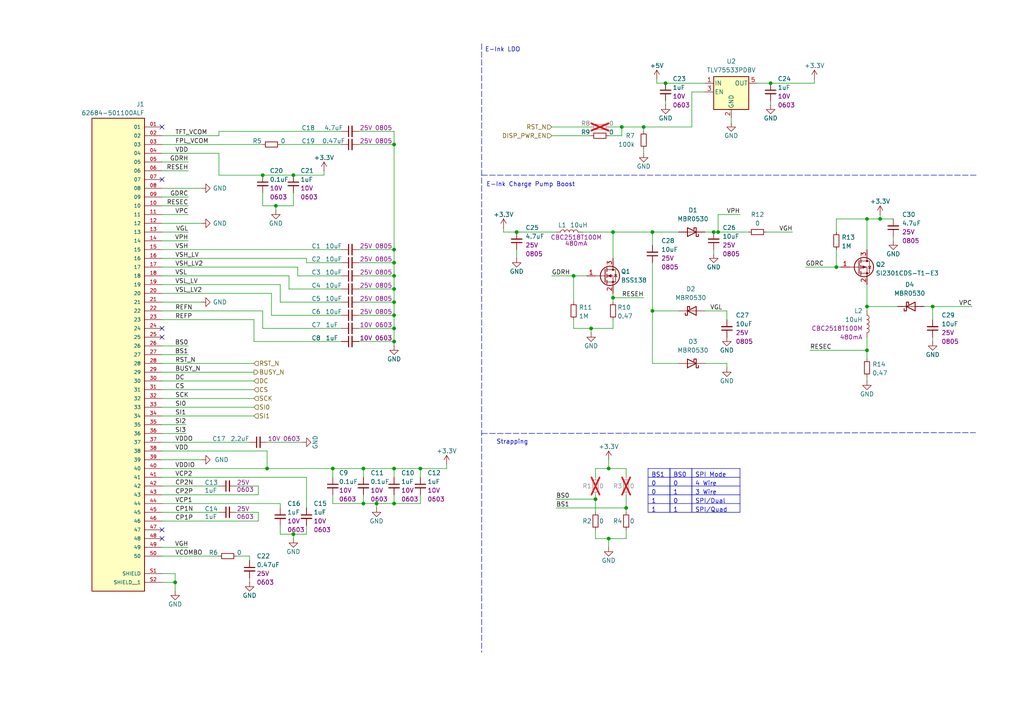
<source format=kicad_sch>
(kicad_sch (version 20250114) (generator "eeschema") (generator_version "9.0")
  (paper "A4")
  (title_block (title "Everframe Mainboard") (date "2025-11-24") (rev "1.0.0"))
  (text "E-Ink LDO" (at 145.796 14.478 0) (effects (font (size 1.27 1.27))))
  (text "E-Ink Charge Pump Boost\n" (at 153.924 53.594 0) (effects (font (size 1.27 1.27))))
  (text "Strapping" (at 148.59 128.27 0) (effects (font (size 1.27 1.27))))
  (junction (at 186.69 36.83))
  (junction (at 189.23 67.31))
  (junction (at 176.53 156.21))
  (junction (at 96.52 135.89))
  (junction (at 105.41 146.05))
  (junction (at 50.8 168.91))
  (junction (at 114.3 80.01))
  (junction (at 114.3 146.05))
  (junction (at 114.3 135.89))
  (junction (at 114.3 99.06))
  (junction (at 77.47 135.89))
  (junction (at 114.3 83.82))
  (junction (at 114.3 87.63))
  (junction (at 80.01 59.69))
  (junction (at 242.57 77.47))
  (junction (at 208.28 67.31))
  (junction (at 85.09 154.94))
  (junction (at 114.3 95.25))
  (junction (at 105.41 135.89))
  (junction (at 177.8 86.36))
  (junction (at 166.37 80.01))
  (junction (at 251.46 88.9))
  (junction (at 251.46 101.6))
  (junction (at 149.86 67.31))
  (junction (at 172.72 144.78))
  (junction (at 176.53 135.89))
  (junction (at 109.22 146.05))
  (junction (at 251.46 63.5))
  (junction (at 171.45 95.25))
  (junction (at 114.3 41.91))
  (junction (at 180.34 36.83))
  (junction (at 223.52 24.13))
  (junction (at 121.92 135.89))
  (junction (at 114.3 72.39))
  (junction (at 193.04 24.13))
  (junction (at 207.01 67.31))
  (junction (at 76.2 50.8))
  (junction (at 114.3 76.2))
  (junction (at 114.3 91.44))
  (junction (at 189.23 90.17))
  (junction (at 177.8 67.31))
  (junction (at 181.61 147.32))
  (junction (at 85.09 50.8))
  (junction (at 255.27 63.5))
  (junction (at 270.51 88.9))
  (no_connect (at 46.99 153.67))
  (no_connect (at 46.99 36.83))
  (no_connect (at 46.99 95.25))
  (no_connect (at 46.99 156.21))
  (no_connect (at 46.99 52.07))
  (no_connect (at 46.99 97.79))
  (wire (pts (xy 172.72 135.89) (xy 172.72 138.43)))
  (wire (pts (xy 166.37 92.71) (xy 166.37 95.25)))
  (wire (pts (xy 46.99 148.59) (xy 63.5 148.59)))
  (wire (pts (xy 172.72 135.89) (xy 176.53 135.89)))
  (wire (pts (xy 85.09 156.21) (xy 85.09 154.94)))
  (wire (pts (xy 76.2 50.8) (xy 85.09 50.8)))
  (wire (pts (xy 77.47 135.89) (xy 77.47 130.81)))
  (polyline (pts (xy 139.7 50.8) (xy 283.21 50.8)) (stroke (width 0) (type dash)))
  (wire (pts (xy 76.2 95.25) (xy 99.06 95.25)))
  (wire (pts (xy 104.14 72.39) (xy 114.3 72.39)))
  (wire (pts (xy 46.99 151.13) (xy 74.93 151.13)))
  (wire (pts (xy 105.41 135.89) (xy 105.41 138.43)))
  (wire (pts (xy 177.8 74.93) (xy 177.8 67.31)))
  (wire (pts (xy 46.99 69.85) (xy 54.61 69.85)))
  (wire (pts (xy 149.86 67.31) (xy 161.29 67.31)))
  (wire (pts (xy 270.51 88.9) (xy 281.94 88.9)))
  (wire (pts (xy 77.47 128.27) (xy 87.63 128.27)))
  (wire (pts (xy 50.8 171.45) (xy 50.8 168.91)))
  (wire (pts (xy 114.3 80.01) (xy 114.3 83.82)))
  (wire (pts (xy 171.45 95.25) (xy 177.8 95.25)))
  (wire (pts (xy 46.99 168.91) (xy 50.8 168.91)))
  (wire (pts (xy 46.99 59.69) (xy 54.61 59.69)))
  (wire (pts (xy 52.7139 125.7096) (xy 53.9839 125.7096)))
  (wire (pts (xy 85.09 55.88) (xy 85.09 59.69)))
  (wire (pts (xy 104.14 83.82) (xy 114.3 83.82)))
  (wire (pts (xy 193.04 29.21) (xy 193.04 30.48)))
  (wire (pts (xy 46.99 41.91) (xy 76.2 41.91)))
  (wire (pts (xy 104.14 91.44) (xy 114.3 91.44)))
  (wire (pts (xy 46.99 57.15) (xy 54.61 57.15)))
  (wire (pts (xy 200.66 26.67) (xy 200.66 36.83)))
  (wire (pts (xy 81.28 87.63) (xy 81.28 82.55)))
  (wire (pts (xy 105.41 146.05) (xy 109.22 146.05)))
  (wire (pts (xy 104.14 99.06) (xy 114.3 99.06)))
  (wire (pts (xy 46.99 118.11) (xy 73.66 118.11)))
  (wire (pts (xy 186.69 38.1) (xy 186.69 36.83)))
  (wire (pts (xy 51.4439 123.1696) (xy 51.4439 123.19)))
  (wire (pts (xy 81.28 87.63) (xy 99.06 87.63)))
  (wire (pts (xy 222.25 67.31) (xy 229.87 67.31)))
  (wire (pts (xy 76.2 95.25) (xy 76.2 90.17)))
  (wire (pts (xy 114.3 99.06) (xy 114.3 100.33)))
  (wire (pts (xy 96.52 146.05) (xy 105.41 146.05)))
  (wire (pts (xy 104.14 76.2) (xy 114.3 76.2)))
  (wire (pts (xy 223.52 24.13) (xy 236.22 24.13)))
  (wire (pts (xy 181.61 138.43) (xy 181.61 135.89)))
  (wire (pts (xy 96.52 135.89) (xy 105.41 135.89)))
  (wire (pts (xy 242.57 72.39) (xy 242.57 77.47)))
  (wire (pts (xy 146.05 66.04) (xy 146.05 67.31)))
  (wire (pts (xy 109.22 146.05) (xy 109.22 147.32)))
  (wire (pts (xy 46.99 113.03) (xy 73.66 113.03)))
  (wire (pts (xy 114.3 38.1) (xy 114.3 41.91)))
  (wire (pts (xy 114.3 135.89) (xy 114.3 138.43)))
  (wire (pts (xy 267.97 88.9) (xy 270.51 88.9)))
  (wire (pts (xy 180.34 36.83) (xy 180.34 39.37)))
  (wire (pts (xy 176.53 133.35) (xy 176.53 135.89)))
  (wire (pts (xy 46.99 100.33) (xy 54.61 100.33)))
  (wire (pts (xy 255.27 62.23) (xy 255.27 63.5)))
  (wire (pts (xy 46.99 115.57) (xy 73.66 115.57)))
  (wire (pts (xy 105.41 143.51) (xy 105.41 146.05)))
  (wire (pts (xy 129.54 134.62) (xy 129.54 135.89)))
  (wire (pts (xy 46.99 107.95) (xy 73.66 107.95)))
  (wire (pts (xy 109.22 146.05) (xy 114.3 146.05)))
  (wire (pts (xy 76.2 55.88) (xy 76.2 59.69)))
  (wire (pts (xy 189.23 76.2) (xy 189.23 90.17)))
  (wire (pts (xy 46.99 62.23) (xy 54.61 62.23)))
  (wire (pts (xy 189.23 90.17) (xy 189.23 105.41)))
  (wire (pts (xy 236.22 22.86) (xy 236.22 24.13)))
  (wire (pts (xy 46.99 102.87) (xy 54.61 102.87)))
  (wire (pts (xy 212.09 34.29) (xy 212.09 35.56)))
  (wire (pts (xy 81.28 152.4) (xy 81.28 154.94)))
  (wire (pts (xy 46.99 85.09) (xy 78.74 85.09)))
  (wire (pts (xy 177.8 86.36) (xy 177.8 87.63)))
  (wire (pts (xy 177.8 86.36) (xy 186.69 86.36)))
  (wire (pts (xy 204.47 90.17) (xy 210.82 90.17)))
  (wire (pts (xy 83.82 80.01) (xy 46.99 80.01)))
  (wire (pts (xy 114.3 83.82) (xy 114.3 87.63)))
  (wire (pts (xy 200.66 36.83) (xy 186.69 36.83)))
  (wire (pts (xy 189.23 105.41) (xy 196.85 105.41)))
  (wire (pts (xy 160.02 80.01) (xy 166.37 80.01)))
  (wire (pts (xy 46.99 110.49) (xy 73.66 110.49)))
  (wire (pts (xy 93.98 49.53) (xy 93.98 50.8)))
  (wire (pts (xy 46.99 46.99) (xy 54.61 46.99)))
  (wire (pts (xy 105.41 135.89) (xy 114.3 135.89)))
  (wire (pts (xy 46.99 120.65) (xy 73.66 120.65)))
  (wire (pts (xy 166.37 80.01) (xy 166.37 87.63)))
  (wire (pts (xy 46.99 158.75) (xy 54.61 158.75)))
  (wire (pts (xy 181.61 156.21) (xy 181.61 153.67)))
  (wire (pts (xy 73.66 99.06) (xy 99.06 99.06)))
  (wire (pts (xy 72.39 162.56) (xy 72.39 161.29)))
  (wire (pts (xy 114.3 41.91) (xy 114.3 72.39)))
  (wire (pts (xy 181.61 143.51) (xy 181.61 147.32)))
  (wire (pts (xy 96.52 135.89) (xy 96.52 138.43)))
  (wire (pts (xy 80.01 59.69) (xy 85.09 59.69)))
  (wire (pts (xy 88.9 76.2) (xy 99.06 76.2)))
  (wire (pts (xy 46.99 82.55) (xy 81.28 82.55)))
  (wire (pts (xy 121.92 146.05) (xy 121.92 143.51)))
  (wire (pts (xy 177.8 95.25) (xy 177.8 92.71)))
  (wire (pts (xy 52.7139 125.7096) (xy 52.7139 125.73)))
  (wire (pts (xy 51.4439 123.19) (xy 46.99 123.19)))
  (wire (pts (xy 46.99 87.63) (xy 58.42 87.63)))
  (wire (pts (xy 180.34 36.83) (xy 186.69 36.83)))
  (wire (pts (xy 96.52 143.51) (xy 96.52 146.05)))
  (wire (pts (xy 189.23 90.17) (xy 196.85 90.17)))
  (wire (pts (xy 77.47 135.89) (xy 96.52 135.89)))
  (wire (pts (xy 210.82 105.41) (xy 210.82 106.68)))
  (wire (pts (xy 63.5 44.45) (xy 63.5 50.8)))
  (wire (pts (xy 200.66 26.67) (xy 204.47 26.67)))
  (wire (pts (xy 81.28 154.94) (xy 85.09 154.94)))
  (wire (pts (xy 85.09 50.8) (xy 93.98 50.8)))
  (wire (pts (xy 172.72 153.67) (xy 172.72 156.21)))
  (wire (pts (xy 114.3 143.51) (xy 114.3 146.05)))
  (polyline (pts (xy 139.7 12.7) (xy 139.7 189.23)) (stroke (width 0) (type dash)))
  (wire (pts (xy 189.23 67.31) (xy 196.85 67.31)))
  (wire (pts (xy 242.57 63.5) (xy 251.46 63.5)))
  (wire (pts (xy 251.46 109.22) (xy 251.46 110.49)))
  (wire (pts (xy 177.8 85.09) (xy 177.8 86.36)))
  (wire (pts (xy 186.69 43.18) (xy 186.69 44.45)))
  (wire (pts (xy 104.14 95.25) (xy 114.3 95.25)))
  (wire (pts (xy 204.47 24.13) (xy 193.04 24.13)))
  (wire (pts (xy 46.99 44.45) (xy 63.5 44.45)))
  (wire (pts (xy 46.99 133.35) (xy 58.42 133.35)))
  (wire (pts (xy 177.8 67.31) (xy 189.23 67.31)))
  (wire (pts (xy 104.14 41.91) (xy 114.3 41.91)))
  (wire (pts (xy 251.46 63.5) (xy 251.46 72.39)))
  (wire (pts (xy 46.99 130.81) (xy 77.47 130.81)))
  (wire (pts (xy 204.47 105.41) (xy 210.82 105.41)))
  (wire (pts (xy 219.71 24.13) (xy 223.52 24.13)))
  (wire (pts (xy 255.27 63.5) (xy 259.08 63.5)))
  (wire (pts (xy 149.86 72.39) (xy 149.86 74.93)))
  (wire (pts (xy 114.3 95.25) (xy 114.3 99.06)))
  (wire (pts (xy 46.99 92.71) (xy 73.66 92.71)))
  (wire (pts (xy 46.99 64.77) (xy 58.42 64.77)))
  (wire (pts (xy 176.53 36.83) (xy 180.34 36.83)))
  (wire (pts (xy 83.82 83.82) (xy 99.06 83.82)))
  (wire (pts (xy 270.51 97.79) (xy 270.51 99.06)))
  (wire (pts (xy 104.14 38.1) (xy 114.3 38.1)))
  (wire (pts (xy 207.01 72.39) (xy 207.01 73.66)))
  (wire (pts (xy 78.74 91.44) (xy 99.06 91.44)))
  (wire (pts (xy 208.28 67.31) (xy 217.17 67.31)))
  (wire (pts (xy 88.9 138.43) (xy 88.9 147.32)))
  (wire (pts (xy 251.46 88.9) (xy 260.35 88.9)))
  (wire (pts (xy 46.99 161.29) (xy 63.5 161.29)))
  (wire (pts (xy 149.86 67.31) (xy 146.05 67.31)))
  (wire (pts (xy 104.14 80.01) (xy 114.3 80.01)))
  (wire (pts (xy 46.99 72.39) (xy 99.06 72.39)))
  (wire (pts (xy 208.28 62.23) (xy 214.63 62.23)))
  (wire (pts (xy 172.72 144.78) (xy 172.72 148.59)))
  (wire (pts (xy 114.3 135.89) (xy 121.92 135.89)))
  (wire (pts (xy 88.9 76.2) (xy 88.9 74.93)))
  (wire (pts (xy 46.99 49.53) (xy 54.61 49.53)))
  (wire (pts (xy 121.92 135.89) (xy 121.92 138.43)))
  (wire (pts (xy 172.72 143.51) (xy 172.72 144.78)))
  (wire (pts (xy 63.5 50.8) (xy 76.2 50.8)))
  (wire (pts (xy 160.02 39.37) (xy 171.45 39.37)))
  (wire (pts (xy 46.99 138.43) (xy 88.9 138.43)))
  (wire (pts (xy 72.39 161.29) (xy 68.58 161.29)))
  (wire (pts (xy 193.04 24.13) (xy 190.5 24.13)))
  (wire (pts (xy 81.28 41.91) (xy 99.06 41.91)))
  (wire (pts (xy 86.36 80.01) (xy 99.06 80.01)))
  (wire (pts (xy 190.5 22.86) (xy 190.5 24.13)))
  (wire (pts (xy 46.99 105.41) (xy 73.66 105.41)))
  (wire (pts (xy 251.46 82.55) (xy 251.46 88.9)))
  (wire (pts (xy 74.93 151.13) (xy 74.93 148.59)))
  (wire (pts (xy 161.29 147.32) (xy 181.61 147.32)))
  (wire (pts (xy 251.46 88.9) (xy 251.46 90.17)))
  (wire (pts (xy 166.37 95.25) (xy 171.45 95.25)))
  (wire (pts (xy 52.7139 125.73) (xy 46.99 125.73)))
  (wire (pts (xy 46.99 146.05) (xy 81.28 146.05)))
  (wire (pts (xy 251.46 63.5) (xy 255.27 63.5)))
  (wire (pts (xy 114.3 91.44) (xy 114.3 95.25)))
  (wire (pts (xy 74.93 148.59) (xy 68.58 148.59)))
  (wire (pts (xy 161.29 144.78) (xy 172.72 144.78)))
  (wire (pts (xy 46.99 140.97) (xy 63.5 140.97)))
  (wire (pts (xy 181.61 147.32) (xy 181.61 148.59)))
  (wire (pts (xy 176.53 156.21) (xy 181.61 156.21)))
  (wire (pts (xy 83.82 83.82) (xy 83.82 80.01)))
  (wire (pts (xy 176.53 135.89) (xy 181.61 135.89)))
  (wire (pts (xy 72.39 168.91) (xy 72.39 167.64)))
  (polyline (pts (xy 139.7 125.73) (xy 282.956 125.476)) (stroke (width 0) (type dash)))
  (wire (pts (xy 171.45 95.25) (xy 171.45 96.52)))
  (wire (pts (xy 177.8 67.31) (xy 168.91 67.31)))
  (wire (pts (xy 204.47 67.31) (xy 207.01 67.31)))
  (wire (pts (xy 46.99 54.61) (xy 58.42 54.61)))
  (wire (pts (xy 74.93 143.51) (xy 74.93 140.97)))
  (wire (pts (xy 46.99 90.17) (xy 76.2 90.17)))
  (wire (pts (xy 114.3 72.39) (xy 114.3 76.2)))
  (wire (pts (xy 114.3 146.05) (xy 121.92 146.05)))
  (wire (pts (xy 208.28 62.23) (xy 208.28 67.31)))
  (wire (pts (xy 51.4439 123.1696) (xy 53.9839 123.1696)))
  (wire (pts (xy 63.5 38.1) (xy 63.5 39.37)))
  (wire (pts (xy 259.08 68.58) (xy 259.08 69.85)))
  (wire (pts (xy 114.3 76.2) (xy 114.3 80.01)))
  (wire (pts (xy 210.82 90.17) (xy 210.82 92.71)))
  (wire (pts (xy 46.99 135.89) (xy 77.47 135.89)))
  (wire (pts (xy 189.23 71.12) (xy 189.23 67.31)))
  (wire (pts (xy 234.95 101.6) (xy 251.46 101.6)))
  (wire (pts (xy 176.53 39.37) (xy 180.34 39.37)))
  (wire (pts (xy 63.5 39.37) (xy 46.99 39.37)))
  (wire (pts (xy 242.57 67.31) (xy 242.57 63.5)))
  (wire (pts (xy 121.92 135.89) (xy 129.54 135.89)))
  (wire (pts (xy 104.14 87.63) (xy 114.3 87.63)))
  (wire (pts (xy 74.93 140.97) (xy 68.58 140.97)))
  (wire (pts (xy 50.8 166.37) (xy 50.8 168.91)))
  (wire (pts (xy 63.5 38.1) (xy 99.06 38.1)))
  (wire (pts (xy 80.01 60.96) (xy 80.01 59.69)))
  (wire (pts (xy 76.2 59.69) (xy 80.01 59.69)))
  (wire (pts (xy 78.74 91.44) (xy 78.74 85.09)))
  (wire (pts (xy 251.46 101.6) (xy 251.46 104.14)))
  (wire (pts (xy 46.99 128.27) (xy 72.39 128.27)))
  (wire (pts (xy 46.99 143.51) (xy 74.93 143.51)))
  (wire (pts (xy 242.57 77.47) (xy 243.84 77.47)))
  (wire (pts (xy 207.01 67.31) (xy 208.28 67.31)))
  (wire (pts (xy 270.51 88.9) (xy 270.51 92.71)))
  (wire (pts (xy 233.68 77.47) (xy 242.57 77.47)))
  (wire (pts (xy 114.3 87.63) (xy 114.3 91.44)))
  (wire (pts (xy 223.52 29.21) (xy 223.52 30.48)))
  (wire (pts (xy 88.9 74.93) (xy 46.99 74.93)))
  (wire (pts (xy 88.9 154.94) (xy 88.9 152.4)))
  (wire (pts (xy 176.53 156.21) (xy 176.53 158.75)))
  (wire (pts (xy 81.28 146.05) (xy 81.28 147.32)))
  (wire (pts (xy 86.36 80.01) (xy 86.36 77.47)))
  (wire (pts (xy 160.02 36.83) (xy 171.45 36.83)))
  (wire (pts (xy 46.99 67.31) (xy 54.61 67.31)))
  (wire (pts (xy 46.99 166.37) (xy 50.8 166.37)))
  (wire (pts (xy 46.99 77.47) (xy 86.36 77.47)))
  (wire (pts (xy 166.37 80.01) (xy 170.18 80.01)))
  (wire (pts (xy 251.46 97.79) (xy 251.46 101.6)))
  (wire (pts (xy 85.09 154.94) (xy 88.9 154.94)))
  (wire (pts (xy 73.66 92.71) (xy 73.66 99.06)))
  (wire (pts (xy 172.72 156.21) (xy 176.53 156.21)))
  (table (column_count 1) (border (external yes) (header yes)) (separators (rows yes) (cols yes)) (column_widths 6.35) (row_heights 2.54 2.54 2.54 2.54 2.54) (cells (table_cell "BS1" (at 187.96 135.89 0) (size 6.35 2.54) (margins 0.9525 0.9525 0.9525 0.9525) (span 1 1)) (table_cell "0" (at 187.96 138.43 0) (size 6.35 2.54) (margins 0.9525 0.9525 0.9525 0.9525) (span 1 1)) (table_cell "0" (at 187.96 140.97 0) (size 6.35 2.54) (margins 0.9525 0.9525 0.9525 0.9525) (span 1 1)) (table_cell "1" (at 187.96 143.51 0) (size 6.35 2.54) (margins 0.9525 0.9525 0.9525 0.9525) (span 1 1)) (table_cell "1" (at 187.96 146.05 0) (size 6.35 2.54) (margins 0.9525 0.9525 0.9525 0.9525) (span 1 1))))
  (table (column_count 1) (border (external yes) (header yes)) (separators (rows yes) (cols yes)) (column_widths 13.97) (row_heights 2.54 2.54 2.54 2.54 2.54) (cells (table_cell "SPI Mode" (at 200.66 135.89 0) (size 13.97 2.54) (margins 0.9525 0.9525 0.9525 0.9525) (span 1 1)) (table_cell "4 Wire" (at 200.66 138.43 0) (size 13.97 2.54) (margins 0.9525 0.9525 0.9525 0.9525) (span 1 1)) (table_cell "3 Wire" (at 200.66 140.97 0) (size 13.97 2.54) (margins 0.9525 0.9525 0.9525 0.9525) (span 1 1)) (table_cell "SPI/Dual" (at 200.66 143.51 0) (size 13.97 2.54) (margins 0.9525 0.9525 0.9525 0.9525) (span 1 1)) (table_cell "SPI/Quad" (at 200.66 146.05 0) (size 13.97 2.54) (margins 0.9525 0.9525 0.9525 0.9525) (span 1 1))))
  (table (column_count 1) (border (external yes) (header yes)) (separators (rows yes) (cols yes)) (column_widths 6.35) (row_heights 2.54 2.54 2.54 2.54 2.54) (cells (table_cell "BS0" (at 194.31 135.89 0) (size 6.35 2.54) (margins 0.9525 0.9525 0.9525 0.9525) (span 1 1)) (table_cell "0" (at 194.31 138.43 0) (size 6.35 2.54) (margins 0.9525 0.9525 0.9525 0.9525) (span 1 1)) (table_cell "1" (at 194.31 140.97 0) (size 6.35 2.54) (margins 0.9525 0.9525 0.9525 0.9525) (span 1 1)) (table_cell "0" (at 194.31 143.51 0) (size 6.35 2.54) (margins 0.9525 0.9525 0.9525 0.9525) (span 1 1)) (table_cell "1" (at 194.31 146.05 0) (size 6.35 2.54) (margins 0.9525 0.9525 0.9525 0.9525) (span 1 1))))
  (label "RESEH" (at 54.61 49.53 180))
  (label "TFT_VCOM" (at 50.8 39.37 0))
  (label "VDD" (at 50.8 44.45 0))
  (label "VCP1" (at 50.8 146.05 0))
  (label "SI3" (at 53.9839 125.7096 180))
  (label "RST_N" (at 50.8 105.41 0))
  (label "BS0" (at 54.61 100.33 180))
  (label "VSL" (at 50.8 80.01 0))
  (label "VGL" (at 54.61 67.31 180))
  (label "VDDIO" (at 50.8 135.89 0))
  (label "SI2" (at 53.9839 123.1696 180))
  (label "SI1" (at 50.8 120.65 0))
  (label "VGH" (at 229.87 67.31 180))
  (label "VDDO" (at 50.8 128.27 0))
  (label "VPC" (at 281.94 88.9 180))
  (label "VSH_LV2" (at 50.8 77.47 0))
  (label "VSL_LV" (at 50.8 82.55 0))
  (label "VGH" (at 54.61 158.75 180))
  (label "RESEC" (at 234.95 101.6 0))
  (label "REFP" (at 50.8 92.71 0))
  (label "GDRH" (at 54.61 46.99 180))
  (label "GDRC" (at 54.61 57.15 180))
  (label "BS1" (at 54.61 102.87 180))
  (label "VCP2" (at 50.8 138.43 0))
  (label "VSH" (at 50.8 72.39 0))
  (label "VSL_LV2" (at 50.8 85.09 0))
  (label "DC" (at 50.8 110.49 0))
  (label "VDD" (at 50.8 130.81 0))
  (label "GDRC" (at 233.68 77.47 0))
  (label "SCK" (at 50.8 115.57 0))
  (label "CP1P" (at 50.8 151.13 0))
  (label "CP2N" (at 50.8 140.97 0))
  (label "VPH" (at 54.61 69.85 180))
  (label "BUSY_N" (at 50.8 107.95 0))
  (label "CS" (at 50.8 113.03 0))
  (label "REFN" (at 50.8 90.17 0))
  (label "VPH" (at 214.63 62.23 180))
  (label "BS0" (at 161.29 144.78 0))
  (label "FPL_VCOM" (at 50.8 41.91 0))
  (label "CP2P" (at 50.8 143.51 0))
  (label "VCOMBO" (at 50.8 161.29 0))
  (label "RESEH" (at 186.69 86.36 180))
  (label "SI0" (at 50.8 118.11 0))
  (label "VPC" (at 54.61 62.23 180))
  (label "RESEC" (at 54.61 59.69 180))
  (label "VGL" (at 209.55 90.17 180))
  (label "CP1N" (at 50.8 148.59 0))
  (label "GDRH" (at 160.02 80.01 0))
  (label "BS1" (at 161.29 147.32 0))
  (label "VSH_LV" (at 50.8 74.93 0))
  (hierarchical_label "RST_N" (shape input) (at 73.66 105.41 0))
  (hierarchical_label "SI0" (shape input) (at 73.66 118.11 0))
  (hierarchical_label "SCK" (shape input) (at 73.66 115.57 0))
  (hierarchical_label "CS" (shape input) (at 73.66 113.03 0))
  (hierarchical_label "RST_N" (shape input) (at 160.02 36.83 180))
  (hierarchical_label "BUSY_N" (shape output) (at 73.66 107.95 0))
  (hierarchical_label "SI1" (shape input) (at 73.66 120.65 0))
  (hierarchical_label "DC" (shape input) (at 73.66 110.49 0))
  (hierarchical_label "DISP_PWR_EN" (shape input) (at 160.02 39.37 180))
  (symbol (lib_id "Regulator_Linear:TLV75533PDBV") (at 212.09 26.67 0) (unit 1)
    (property "Reference" "U2" (at 212.09 17.78 0))
    (property "Value" "TLV75533PDBV" (at 212.09 20.32 0))
    (property "Footprint" "Package_TO_SOT_SMD:SOT-23-5" (effects (hide yes)))
    (property "Datasheet" "http://www.ti.com/lit/ds/symlink/tlv755p.pdf" (effects (hide yes)))
    (property "Description" "500mA Low Dropout Voltage Regulator, Fixed Output 3.3V, SOT-23-5" (effects (hide yes)))
  )
  (symbol (lib_id "Device:C_Small") (at 101.6 83.82 90) (unit 1)
    (property "Reference" "C4" (at 91.694 82.804 90))
    (property "Value" "10uF" (at 96.774 82.804 90))
    (property "Footprint" "Capacitor_SMD:C_0805_2012Metric" (effects (hide yes)))
    (property "Description" "Unpolarized capacitor, small symbol" (effects (hide yes)))
    (property "Voltage" "25V" (at 106.172 82.804 90))
    (property "Size" "0805" (at 111.252 82.804 90))
  )
  (symbol (lib_id "Device:L") (at 165.1 67.31 90) (unit 1)
    (property "Reference" "L1" (at 163.068 65.278 90))
    (property "Value" "10uH" (at 167.894 65.278 90))
    (property "Footprint" "Inductor_SMD:L_1008_2520Metric" (effects (hide yes)))
    (property "Description" "Inductor" (effects (hide yes)))
    (property "Package" "1008" (effects (hide yes)))
    (property "Part Number" "CBC2518T100M" (at 167.132 68.834 90))
    (property "Current" "480mA" (at 167.132 70.612 90))
  )
  (symbol (lib_id "power:GND") (at 259.08 69.85 0) (unit 1)
    (property "Reference" "#PWR028" (effects (hide yes)))
    (property "Value" "GND" (at 259.08 73.66 0))
    (property "Description" "Power symbol creates a global label with name \"GND\" , ground" (effects (hide yes)))
  )
  (symbol (lib_id "Device:C_Small") (at 223.52 26.67 0) (unit 1)
    (property "Reference" "C24" (at 225.552 22.86 0) (effects (justify left)))
    (property "Value" "1uF" (at 225.552 25.4 0) (effects (justify left)))
    (property "Footprint" "Capacitor_SMD:C_0603_1608Metric" (effects (hide yes)))
    (property "Description" "Unpolarized capacitor, small symbol" (effects (hide yes)))
    (property "Voltage" "10V" (at 225.552 27.94 0) (effects (justify left)))
    (property "Size" "0603" (at 225.552 30.48 0) (effects (justify left)))
  )
  (symbol (lib_id "Device:C_Small") (at 101.6 72.39 90) (unit 1)
    (property "Reference" "C1" (at 91.694 71.374 90))
    (property "Value" "10uF" (at 96.774 71.374 90))
    (property "Footprint" "Capacitor_SMD:C_0805_2012Metric" (effects (hide yes)))
    (property "Description" "Unpolarized capacitor, small symbol" (effects (hide yes)))
    (property "Voltage" "25V" (at 106.172 71.374 90))
    (property "Size" "0805" (at 111.252 71.374 90))
  )
  (symbol (lib_id "power:GND") (at 210.82 97.79 0) (unit 1)
    (property "Reference" "#PWR030" (effects (hide yes)))
    (property "Value" "GND" (at 210.82 101.6 0))
    (property "Description" "Power symbol creates a global label with name \"GND\" , ground" (effects (hide yes)))
  )
  (symbol (lib_id "Device:C_Small") (at 101.6 91.44 90) (unit 1)
    (property "Reference" "C6" (at 91.694 90.424 90))
    (property "Value" "10uF" (at 96.774 90.424 90))
    (property "Footprint" "Capacitor_SMD:C_0805_2012Metric" (effects (hide yes)))
    (property "Description" "Unpolarized capacitor, small symbol" (effects (hide yes)))
    (property "Voltage" "25V" (at 106.172 90.424 90))
    (property "Size" "0805" (at 111.252 90.424 90))
  )
  (symbol (lib_id "power:GND") (at 223.52 30.48 0) (unit 1)
    (property "Reference" "#PWR017" (effects (hide yes)))
    (property "Value" "GND" (at 223.52 34.29 0))
    (property "Description" "Power symbol creates a global label with name \"GND\" , ground" (effects (hide yes)))
  )
  (symbol (lib_id "Device:C_Small") (at 105.41 140.97 0) (unit 1)
    (property "Reference" "C11" (at 107.442 137.16 0) (effects (justify left)))
    (property "Value" "0.1uF" (at 107.442 139.7 0) (effects (justify left)))
    (property "Footprint" "Capacitor_SMD:C_0603_1608Metric" (effects (hide yes)))
    (property "Description" "Unpolarized capacitor, small symbol" (effects (hide yes)))
    (property "Voltage" "10V" (at 107.442 142.24 0) (effects (justify left)))
    (property "Size" "0603" (at 107.442 144.78 0) (effects (justify left)))
  )
  (symbol (lib_id "Device:C_Small") (at 193.04 26.67 0) (unit 1)
    (property "Reference" "C23" (at 195.072 22.86 0) (effects (justify left)))
    (property "Value" "1uF" (at 195.072 25.4 0) (effects (justify left)))
    (property "Footprint" "Capacitor_SMD:C_0603_1608Metric" (effects (hide yes)))
    (property "Description" "Unpolarized capacitor, small symbol" (effects (hide yes)))
    (property "Voltage" "10V" (at 195.072 27.94 0) (effects (justify left)))
    (property "Size" "0603" (at 195.072 30.48 0) (effects (justify left)))
  )
  (symbol (lib_id "power:GND") (at 72.39 168.91 0) (unit 1)
    (property "Reference" "#PWR015" (effects (hide yes)))
    (property "Value" "GND" (at 72.39 172.72 0))
    (property "Description" "Power symbol creates a global label with name \"GND\" , ground" (effects (hide yes)))
  )
  (symbol (lib_id "Device:C_Small") (at 101.6 38.1 90) (unit 1)
    (property "Reference" "C18" (at 89.408 37.084 90))
    (property "Value" "4.7uF" (at 96.774 37.084 90))
    (property "Footprint" "Capacitor_SMD:C_0805_2012Metric" (effects (hide yes)))
    (property "Description" "Unpolarized capacitor, small symbol" (effects (hide yes)))
    (property "Voltage" "25V" (at 106.172 37.084 90))
    (property "Size" "0805" (at 111.252 37.084 90))
  )
  (symbol (lib_id "Device:C_Small") (at 101.6 87.63 90) (unit 1)
    (property "Reference" "C5" (at 91.694 86.614 90))
    (property "Value" "10uF" (at 96.774 86.614 90))
    (property "Footprint" "Capacitor_SMD:C_0805_2012Metric" (effects (hide yes)))
    (property "Description" "Unpolarized capacitor, small symbol" (effects (hide yes)))
    (property "Voltage" "25V" (at 106.172 86.614 90))
    (property "Size" "0805" (at 111.252 86.614 90))
  )
  (symbol (lib_id "power:GND") (at 114.3 100.33 0) (unit 1)
    (property "Reference" "#PWR01" (effects (hide yes)))
    (property "Value" "GND" (at 114.3 104.14 0))
    (property "Description" "Power symbol creates a global label with name \"GND\" , ground" (effects (hide yes)))
  )
  (symbol (lib_id "Device:C_Small") (at 88.9 149.86 0) (unit 1)
    (property "Reference" "C15" (at 90.932 146.05 0) (effects (justify left)))
    (property "Value" "1uF" (at 90.932 148.59 0) (effects (justify left)))
    (property "Footprint" "Capacitor_SMD:C_0603_1608Metric" (effects (hide yes)))
    (property "Description" "Unpolarized capacitor, small symbol" (effects (hide yes)))
    (property "Voltage" "10V" (at 90.932 151.13 0) (effects (justify left)))
    (property "Size" "0603" (at 90.932 153.67 0) (effects (justify left)))
  )
  (symbol (lib_id "Device:C_Small") (at 66.04 140.97 90) (unit 1)
    (property "Reference" "C13" (at 63.246 139.954 90) (effects (justify left)))
    (property "Value" "1uF" (at 62.992 142.24 90) (effects (justify left)))
    (property "Footprint" "Capacitor_SMD:C_0603_1608Metric" (effects (hide yes)))
    (property "Description" "Unpolarized capacitor, small symbol" (effects (hide yes)))
    (property "Voltage" "25V" (at 72.39 139.954 90) (effects (justify left)))
    (property "Size" "0603" (at 73.66 141.986 90) (effects (justify left)))
  )
  (symbol (lib_id "Device:R_Small") (at 177.8 90.17 180) (unit 1)
    (property "Reference" "R10" (at 179.07 89.154 0) (effects (justify right)))
    (property "Value" "0.47" (at 179.07 91.694 0) (effects (justify right)))
    (property "Footprint" "Resistor_SMD:R_0603_1608Metric" (effects (hide yes)))
    (property "Description" "Resistor, small symbol" (effects (hide yes)))
  )
  (symbol (lib_id "Device:R_Small") (at 181.61 151.13 0) (unit 1)
    (property "Reference" "R4" (at 177.8 151.13 0) (effects (justify left)))
    (property "Value" "0" (at 182.626 151.13 0) (effects (justify left)))
    (property "Footprint" "Resistor_SMD:R_0603_1608Metric" (effects (hide yes)))
    (property "Description" "Resistor, small symbol" (effects (hide yes)))
  )
  (symbol (lib_id "Device:C_Small") (at 270.51 95.25 180) (unit 1)
    (property "Reference" "C29" (at 273.05 91.4335 0) (effects (justify right)))
    (property "Value" "10uF" (at 273.05 93.9735 0) (effects (justify right)))
    (property "Footprint" "Capacitor_SMD:C_0805_2012Metric" (effects (hide yes)))
    (property "Description" "Unpolarized capacitor, small symbol" (effects (hide yes)))
    (property "Voltage" "25V" (at 273.05 96.5135 0) (effects (justify right)))
    (property "Size" "0805" (at 273.05 99.0535 0) (effects (justify right)))
  )
  (symbol (lib_id "Device:C_Small") (at 66.04 148.59 90) (unit 1)
    (property "Reference" "C14" (at 63.246 147.574 90) (effects (justify left)))
    (property "Value" "1uF" (at 62.992 149.86 90) (effects (justify left)))
    (property "Footprint" "Capacitor_SMD:C_0603_1608Metric" (effects (hide yes)))
    (property "Description" "Unpolarized capacitor, small symbol" (effects (hide yes)))
    (property "Voltage" "25V" (at 72.39 147.574 90) (effects (justify left)))
    (property "Size" "0603" (at 73.66 149.86 90) (effects (justify left)))
  )
  (symbol (lib_id "Diode:MBR0530") (at 200.66 105.41 180) (unit 1)
    (property "Reference" "D3" (at 200.9775 99.06 0))
    (property "Value" "MBR0530" (at 200.9775 101.6 0))
    (property "Footprint" "Diode_SMD:D_SOD-123" (effects (hide yes)))
    (property "Datasheet" "http://www.mccsemi.com/up_pdf/MBR0520~MBR0580(SOD123).pdf" (effects (hide yes)))
    (property "Description" "30V 0.5A Schottky Power Rectifier Diode, SOD-123" (effects (hide yes)))
  )
  (symbol (lib_id "Device:C_Small") (at 207.01 69.85 180) (unit 1)
    (property "Reference" "C26" (at 209.55 66.0335 0) (effects (justify right)))
    (property "Value" "10uF" (at 209.55 68.5735 0) (effects (justify right)))
    (property "Footprint" "Capacitor_SMD:C_0805_2012Metric" (effects (hide yes)))
    (property "Description" "Unpolarized capacitor, small symbol" (effects (hide yes)))
    (property "Voltage" "25V" (at 209.55 71.1135 0) (effects (justify right)))
    (property "Size" "0805" (at 209.55 73.6535 0) (effects (justify right)))
  )
  (symbol (lib_id "power:GND") (at 171.45 96.52 0) (unit 1)
    (property "Reference" "#PWR022" (effects (hide yes)))
    (property "Value" "GND" (at 171.45 100.33 0))
    (property "Description" "Power symbol creates a global label with name \"GND\" , ground" (effects (hide yes)))
  )
  (symbol (lib_id "Device:C_Small") (at 74.93 128.27 90) (unit 1)
    (property "Reference" "C17" (at 63.5 127.254 90))
    (property "Value" "2.2uF" (at 69.596 127.254 90))
    (property "Footprint" "Capacitor_SMD:C_0603_1608Metric" (effects (hide yes)))
    (property "Description" "Unpolarized capacitor, small symbol" (effects (hide yes)))
    (property "Voltage" "10V" (at 79.502 127.254 90))
    (property "Size" "0603" (at 84.582 127.254 90))
  )
  (symbol (lib_id "Device:C_Small") (at 96.52 140.97 0) (unit 1)
    (property "Reference" "C9" (at 98.298 137.16 0) (effects (justify left)))
    (property "Value" "0.1uF" (at 98.298 139.7 0) (effects (justify left)))
    (property "Footprint" "Capacitor_SMD:C_0603_1608Metric" (effects (hide yes)))
    (property "Description" "Unpolarized capacitor, small symbol" (effects (hide yes)))
    (property "Voltage" "10V" (at 98.298 142.24 0) (effects (justify left)))
    (property "Size" "0603" (at 98.298 144.78 0) (effects (justify left)))
  )
  (symbol (lib_id "Device:R_Small") (at 172.72 140.97 0) (unit 1) (dnp yes)
    (property "Reference" "R1" (at 168.91 140.97 0) (effects (justify left)))
    (property "Value" "0" (at 173.736 140.97 0) (effects (justify left)))
    (property "Footprint" "Resistor_SMD:R_0603_1608Metric" (effects (hide yes)))
    (property "Description" "Resistor, small symbol" (effects (hide yes)))
  )
  (symbol (lib_id "power:GND") (at 207.01 73.66 0) (unit 1)
    (property "Reference" "#PWR024" (effects (hide yes)))
    (property "Value" "GND" (at 207.01 77.47 0))
    (property "Description" "Power symbol creates a global label with name \"GND\" , ground" (effects (hide yes)))
  )
  (symbol (lib_id "Device:C_Small") (at 101.6 95.25 90) (unit 1)
    (property "Reference" "C7" (at 91.694 94.234 90))
    (property "Value" "1uF" (at 96.266 94.234 90))
    (property "Footprint" "Capacitor_SMD:C_0603_1608Metric" (effects (hide yes)))
    (property "Description" "Unpolarized capacitor, small symbol" (effects (hide yes)))
    (property "Voltage" "10V" (at 106.172 94.234 90))
    (property "Size" "0603" (at 111.252 94.234 90))
  )
  (symbol (lib_id "Device:R_Small") (at 66.04 161.29 90) (unit 1)
    (property "Reference" "R6" (at 63.246 160.274 90) (effects (justify left)))
    (property "Value" "0" (at 70.104 160.274 90) (effects (justify left)))
    (property "Footprint" "Resistor_SMD:R_0603_1608Metric" (effects (hide yes)))
    (property "Description" "Resistor, small symbol" (effects (hide yes)))
  )
  (symbol (lib_id "power:GND") (at 193.04 30.48 0) (unit 1)
    (property "Reference" "#PWR018" (effects (hide yes)))
    (property "Value" "GND" (at 193.04 34.29 0))
    (property "Description" "Power symbol creates a global label with name \"GND\" , ground" (effects (hide yes)))
  )
  (symbol (lib_id "power:GND") (at 212.09 35.56 0) (unit 1)
    (property "Reference" "#PWR016" (effects (hide yes)))
    (property "Value" "GND" (at 212.09 39.37 0))
    (property "Description" "Power symbol creates a global label with name \"GND\" , ground" (effects (hide yes)))
  )
  (symbol (lib_id "Device:R_Small") (at 181.61 140.97 0) (unit 1) (dnp yes)
    (property "Reference" "R3" (at 177.8 140.97 0) (effects (justify left)))
    (property "Value" "0" (at 182.626 140.97 0) (effects (justify left)))
    (property "Footprint" "Resistor_SMD:R_0603_1608Metric" (effects (hide yes)))
    (property "Description" "Resistor, small symbol" (effects (hide yes)))
  )
  (symbol (lib_id "power:GND") (at 251.46 110.49 0) (unit 1)
    (property "Reference" "#PWR031" (effects (hide yes)))
    (property "Value" "GND" (at 251.46 114.3 0))
    (property "Description" "Power symbol creates a global label with name \"GND\" , ground" (effects (hide yes)))
  )
  (symbol (lib_id "power:GND") (at 87.63 128.27 90) (unit 1)
    (property "Reference" "#PWR011" (effects (hide yes)))
    (property "Value" "GND" (at 91.44 128.27 0))
    (property "Description" "Power symbol creates a global label with name \"GND\" , ground" (effects (hide yes)))
  )
  (symbol (lib_id "Device:C_Small") (at 189.23 73.66 180) (unit 1)
    (property "Reference" "C28" (at 191.77 69.8435 0) (effects (justify right)))
    (property "Value" "10uF" (at 191.77 72.3835 0) (effects (justify right)))
    (property "Footprint" "Capacitor_SMD:C_0805_2012Metric" (effects (hide yes)))
    (property "Description" "Unpolarized capacitor, small symbol" (effects (hide yes)))
    (property "Voltage" "25V" (at 191.77 74.9235 0) (effects (justify right)))
    (property "Size" "0805" (at 191.77 77.4635 0) (effects (justify right)))
  )
  (symbol (lib_id "Device:R_Small") (at 219.71 67.31 270) (unit 1)
    (property "Reference" "R12" (at 219.71 62.23 90))
    (property "Value" "0" (at 219.71 64.77 90))
    (property "Footprint" "Resistor_SMD:R_0603_1608Metric" (effects (hide yes)))
    (property "Description" "Resistor, small symbol" (effects (hide yes)))
  )
  (symbol (lib_id "power:+3.3V") (at 93.98 49.53 0) (unit 1)
    (property "Reference" "#PWR014" (effects (hide yes)))
    (property "Value" "+3.3V" (at 93.98 45.72 0))
    (property "Description" "Power symbol creates a global label with name \"+3.3V\"" (effects (hide yes)))
  )
  (symbol (lib_id "Diode:MBR0530") (at 200.66 90.17 0) (mirror x) (unit 1)
    (property "Reference" "D2" (at 200.3425 83.82 0))
    (property "Value" "MBR0530" (at 200.3425 86.36 0))
    (property "Footprint" "Diode_SMD:D_SOD-123" (effects (hide yes)))
    (property "Datasheet" "http://www.mccsemi.com/up_pdf/MBR0520~MBR0580(SOD123).pdf" (effects (hide yes)))
    (property "Description" "30V 0.5A Schottky Power Rectifier Diode, SOD-123" (effects (hide yes)))
  )
  (symbol (lib_id "Transistor_FET:BSS138") (at 175.26 80.01 0) (unit 1)
    (property "Reference" "Q1" (at 180.086 78.74 0) (effects (justify left)))
    (property "Value" "BSS138" (at 180.086 81.28 0) (effects (justify left)))
    (property "Footprint" "Package_TO_SOT_SMD:SOT-23" (effects (hide yes)))
    (property "Datasheet" "https://www.onsemi.com/pub/Collateral/BSS138-D.PDF" (effects (hide yes)))
    (property "Description" "50V Vds, 0.22A Id, N-Channel MOSFET, SOT-23" (effects (hide yes)))
  )
  (symbol (lib_id "Device:L") (at 251.46 93.98 0) (mirror x) (unit 1)
    (property "Reference" "L2" (at 250.19 90.1699 0) (effects (justify right)))
    (property "Value" "10uH" (at 250.19 92.7099 0) (effects (justify right)))
    (property "Footprint" "Inductor_SMD:L_1008_2520Metric" (effects (hide yes)))
    (property "Description" "Inductor" (effects (hide yes)))
    (property "Package" "1008" (effects (hide yes)))
    (property "Part Number" "CBC2518T100M" (at 242.824 95.25 0))
    (property "Current" "480mA" (at 250.19 97.7899 0) (effects (justify right)))
  )
  (symbol (lib_id "Device:C_Small") (at 72.39 165.1 0) (unit 1)
    (property "Reference" "C22" (at 74.422 161.29 0) (effects (justify left)))
    (property "Value" "0.47uF" (at 74.422 163.83 0) (effects (justify left)))
    (property "Footprint" "Capacitor_SMD:C_0603_1608Metric" (effects (hide yes)))
    (property "Description" "Unpolarized capacitor, small symbol" (effects (hide yes)))
    (property "Voltage" "25V" (at 74.422 166.37 0) (effects (justify left)))
    (property "Size" "0603" (at 74.422 168.91 0) (effects (justify left)))
  )
  (symbol (lib_id "Device:R_Small") (at 173.99 39.37 90) (unit 1)
    (property "Reference" "R9" (at 171.196 38.354 90) (effects (justify left)))
    (property "Value" "0" (at 178.054 38.354 90) (effects (justify left)))
    (property "Footprint" "Resistor_SMD:R_0603_1608Metric" (effects (hide yes)))
    (property "Description" "Resistor, small symbol" (effects (hide yes)))
  )
  (symbol (lib_id "Device:C_Small") (at 210.82 95.25 180) (unit 1)
    (property "Reference" "C27" (at 213.36 91.4335 0) (effects (justify right)))
    (property "Value" "10uF" (at 213.36 93.9735 0) (effects (justify right)))
    (property "Footprint" "Capacitor_SMD:C_0805_2012Metric" (effects (hide yes)))
    (property "Description" "Unpolarized capacitor, small symbol" (effects (hide yes)))
    (property "Voltage" "25V" (at 213.36 96.5135 0) (effects (justify right)))
    (property "Size" "0805" (at 213.36 99.0535 0) (effects (justify right)))
  )
  (symbol (lib_id "Device:C_Small") (at 149.86 69.85 180) (unit 1)
    (property "Reference" "C25" (at 152.4 66.0335 0) (effects (justify right)))
    (property "Value" "4.7uF" (at 152.4 68.5735 0) (effects (justify right)))
    (property "Footprint" "Capacitor_SMD:C_0805_2012Metric" (effects (hide yes)))
    (property "Description" "Unpolarized capacitor, small symbol" (effects (hide yes)))
    (property "Voltage" "25V" (at 152.4 71.1135 0) (effects (justify right)))
    (property "Size" "0805" (at 152.4 73.6535 0) (effects (justify right)))
  )
  (symbol (lib_id "power:GND") (at 210.82 106.68 0) (unit 1)
    (property "Reference" "#PWR025" (effects (hide yes)))
    (property "Value" "GND" (at 210.82 110.49 0))
    (property "Description" "Power symbol creates a global label with name \"GND\" , ground" (effects (hide yes)))
  )
  (symbol (lib_id "Device:R_Small") (at 173.99 36.83 90) (unit 1) (dnp yes)
    (property "Reference" "R8" (at 171.196 35.814 90) (effects (justify left)))
    (property "Value" "0" (at 178.054 35.814 90) (effects (justify left)))
    (property "Footprint" "Resistor_SMD:R_0603_1608Metric" (effects (hide yes)))
    (property "Description" "Resistor, small symbol" (effects (hide yes)))
  )
  (symbol (lib_id "Device:C_Small") (at 114.3 140.97 0) (unit 1)
    (property "Reference" "C10" (at 116.332 137.16 0) (effects (justify left)))
    (property "Value" "1uF" (at 116.332 139.7 0) (effects (justify left)))
    (property "Footprint" "Capacitor_SMD:C_0603_1608Metric" (effects (hide yes)))
    (property "Description" "Unpolarized capacitor, small symbol" (effects (hide yes)))
    (property "Voltage" "10V" (at 116.332 142.24 0) (effects (justify left)))
    (property "Size" "0603" (at 116.332 144.78 0) (effects (justify left)))
  )
  (symbol (lib_id "power:GND") (at 186.69 44.45 0) (unit 1)
    (property "Reference" "#PWR019" (effects (hide yes)))
    (property "Value" "GND" (at 186.69 48.26 0))
    (property "Description" "Power symbol creates a global label with name \"GND\" , ground" (effects (hide yes)))
  )
  (symbol (lib_id "power:GND") (at 58.42 64.77 90) (unit 1)
    (property "Reference" "#PWR03" (effects (hide yes)))
    (property "Value" "GND" (at 61.722 64.77 90) (effects (justify right)))
    (property "Description" "Power symbol creates a global label with name \"GND\" , ground" (effects (hide yes)))
  )
  (symbol (lib_id "everframe_library:62684-501100ALF") (at 34.29 102.87 0) (mirror y) (unit 1)
    (property "Reference" "J1" (at 41.91 30.226 0) (effects (justify left)))
    (property "Value" "62684-501100ALF" (at 41.91 32.766 0) (effects (justify left)))
    (property "Footprint" "everframe_library.footprints:AMPHENOL_62684-501100ALF" (effects (hide yes)))
    (property "PARTREV" "AM" (effects (hide yes)))
    (property "STANDARD" "Manufacturer Recommendations" (effects (hide yes)))
    (property "SNAPEDA_PN" "62684-501100ALF" (effects (hide yes)))
    (property "MAXIMUM_PACKAGE_HEIGHT" "2.00mm" (effects (hide yes)))
    (property "MANUFACTURER" "Amphenol" (effects (hide yes)))
  )
  (symbol (lib_id "Device:R_Small") (at 242.57 69.85 180) (unit 1)
    (property "Reference" "R13" (at 244.094 68.834 0) (effects (justify right)))
    (property "Value" "1M" (at 244.094 71.374 0) (effects (justify right)))
    (property "Footprint" "Resistor_SMD:R_0603_1608Metric" (effects (hide yes)))
    (property "Description" "Resistor, small symbol" (effects (hide yes)))
  )
  (symbol (lib_id "power:GND") (at 58.42 87.63 90) (unit 1)
    (property "Reference" "#PWR02" (effects (hide yes)))
    (property "Value" "GND" (at 61.722 87.63 90) (effects (justify right)))
    (property "Description" "Power symbol creates a global label with name \"GND\" , ground" (effects (hide yes)))
  )
  (symbol (lib_id "power:GND") (at 149.86 74.93 0) (unit 1)
    (property "Reference" "#PWR023" (effects (hide yes)))
    (property "Value" "GND" (at 149.86 78.74 0))
    (property "Description" "Power symbol creates a global label with name \"GND\" , ground" (effects (hide yes)))
  )
  (symbol (lib_id "Device:C_Small") (at 101.6 41.91 90) (unit 1)
    (property "Reference" "C19" (at 89.408 40.894 90))
    (property "Value" "0.47uF" (at 96.774 40.894 90))
    (property "Footprint" "Capacitor_SMD:C_0805_2012Metric" (effects (hide yes)))
    (property "Description" "Unpolarized capacitor, small symbol" (effects (hide yes)))
    (property "Voltage" "25V" (at 106.172 40.894 90))
    (property "Size" "0805" (at 111.252 40.894 90))
  )
  (symbol (lib_id "Transistor_FET:Q_PMOS_GSD") (at 248.92 77.47 0) (unit 1)
    (property "Reference" "Q2" (at 254 76.708 0) (effects (justify left)))
    (property "Value" "SI2301CDS-T1-E3" (at 254 79.248 0) (effects (justify left)))
    (property "Footprint" "Package_TO_SOT_SMD:SOT-23" (effects (hide yes)))
    (property "Description" "P-MOSFET transistor, gate/source/drain" (effects (hide yes)))
  )
  (symbol (lib_id "power:GND") (at 176.53 158.75 0) (unit 1)
    (property "Reference" "#PWR07" (effects (hide yes)))
    (property "Value" "GND" (at 176.53 162.56 0))
    (property "Description" "Power symbol creates a global label with name \"GND\" , ground" (effects (hide yes)))
  )
  (symbol (lib_id "power:GND") (at 109.22 147.32 0) (unit 1)
    (property "Reference" "#PWR09" (effects (hide yes)))
    (property "Value" "GND" (at 109.22 151.13 0))
    (property "Description" "Power symbol creates a global label with name \"GND\" , ground" (effects (hide yes)))
  )
  (symbol (lib_id "Device:R_Small") (at 172.72 151.13 0) (unit 1)
    (property "Reference" "R2" (at 168.91 151.13 0) (effects (justify left)))
    (property "Value" "0" (at 173.736 151.13 0) (effects (justify left)))
    (property "Footprint" "Resistor_SMD:R_0603_1608Metric" (effects (hide yes)))
    (property "Description" "Resistor, small symbol" (effects (hide yes)))
  )
  (symbol (lib_id "power:GND") (at 80.01 60.96 0) (unit 1)
    (property "Reference" "#PWR013" (effects (hide yes)))
    (property "Value" "GND" (at 80.01 64.77 0))
    (property "Description" "Power symbol creates a global label with name \"GND\" , ground" (effects (hide yes)))
  )
  (symbol (lib_id "Device:R_Small") (at 186.69 40.64 180) (unit 1)
    (property "Reference" "R7" (at 184.15 39.3699 0) (effects (justify left)))
    (property "Value" "100k" (at 184.15 41.9099 0) (effects (justify left)))
    (property "Footprint" "Resistor_SMD:R_0603_1608Metric" (effects (hide yes)))
    (property "Description" "Resistor, small symbol" (effects (hide yes)))
  )
  (symbol (lib_id "power:+3.3V") (at 255.27 62.23 0) (unit 1)
    (property "Reference" "#PWR027" (effects (hide yes)))
    (property "Value" "+3.3V" (at 255.27 58.42 0))
    (property "Description" "Power symbol creates a global label with name \"+3.3V\"" (effects (hide yes)))
  )
  (symbol (lib_id "power:GND") (at 85.09 156.21 0) (unit 1)
    (property "Reference" "#PWR010" (effects (hide yes)))
    (property "Value" "GND" (at 85.09 160.02 0))
    (property "Description" "Power symbol creates a global label with name \"GND\" , ground" (effects (hide yes)))
  )
  (symbol (lib_id "Device:C_Small") (at 101.6 76.2 90) (unit 1)
    (property "Reference" "C2" (at 91.694 75.184 90))
    (property "Value" "10uF" (at 96.774 75.184 90))
    (property "Footprint" "Capacitor_SMD:C_0805_2012Metric" (effects (hide yes)))
    (property "Description" "Unpolarized capacitor, small symbol" (effects (hide yes)))
    (property "Voltage" "25V" (at 106.172 75.184 90))
    (property "Size" "0805" (at 111.252 75.184 90))
  )
  (symbol (lib_id "power:+3.3V") (at 236.22 22.86 0) (unit 1)
    (property "Reference" "#PWR020" (effects (hide yes)))
    (property "Value" "+3.3V" (at 236.22 19.05 0))
    (property "Description" "Power symbol creates a global label with name \"+3.3V\"" (effects (hide yes)))
  )
  (symbol (lib_id "Device:R_Small") (at 251.46 106.68 180) (unit 1)
    (property "Reference" "R14" (at 252.984 105.664 0) (effects (justify right)))
    (property "Value" "0.47" (at 252.984 108.204 0) (effects (justify right)))
    (property "Footprint" "Resistor_SMD:R_0603_1608Metric" (effects (hide yes)))
    (property "Description" "Resistor, small symbol" (effects (hide yes)))
  )
  (symbol (lib_id "Device:C_Small") (at 101.6 80.01 90) (unit 1)
    (property "Reference" "C3" (at 91.694 78.994 90))
    (property "Value" "10uF" (at 96.774 78.994 90))
    (property "Footprint" "Capacitor_SMD:C_0805_2012Metric" (effects (hide yes)))
    (property "Description" "Unpolarized capacitor, small symbol" (effects (hide yes)))
    (property "Voltage" "25V" (at 106.172 78.994 90))
    (property "Size" "0805" (at 111.252 78.994 90))
  )
  (symbol (lib_id "power:+5V") (at 190.5 22.86 0) (unit 1)
    (property "Reference" "#PWR021" (effects (hide yes)))
    (property "Value" "+5V" (at 190.5 19.05 0))
    (property "Description" "Power symbol creates a global label with name \"+5V\"" (effects (hide yes)))
  )
  (symbol (lib_id "power:GND") (at 58.42 54.61 90) (unit 1)
    (property "Reference" "#PWR04" (effects (hide yes)))
    (property "Value" "GND" (at 61.722 54.61 90) (effects (justify right)))
    (property "Description" "Power symbol creates a global label with name \"GND\" , ground" (effects (hide yes)))
  )
  (symbol (lib_id "Device:C_Small") (at 76.2 53.34 0) (unit 1)
    (property "Reference" "C20" (at 78.232 49.53 0) (effects (justify left)))
    (property "Value" "0.1uF" (at 78.232 52.07 0) (effects (justify left)))
    (property "Footprint" "Capacitor_SMD:C_0603_1608Metric" (effects (hide yes)))
    (property "Description" "Unpolarized capacitor, small symbol" (effects (hide yes)))
    (property "Voltage" "10V" (at 78.232 54.61 0) (effects (justify left)))
    (property "Size" "0603" (at 78.232 57.15 0) (effects (justify left)))
  )
  (symbol (lib_id "power:+3.3V") (at 176.53 133.35 0) (unit 1)
    (property "Reference" "#PWR08" (effects (hide yes)))
    (property "Value" "+3.3V" (at 176.53 129.54 0))
    (property "Description" "Power symbol creates a global label with name \"+3.3V\"" (effects (hide yes)))
  )
  (symbol (lib_id "Device:C_Small") (at 121.92 140.97 0) (unit 1)
    (property "Reference" "C12" (at 123.952 137.16 0) (effects (justify left)))
    (property "Value" "1uF" (at 123.952 139.7 0) (effects (justify left)))
    (property "Footprint" "Capacitor_SMD:C_0603_1608Metric" (effects (hide yes)))
    (property "Description" "Unpolarized capacitor, small symbol" (effects (hide yes)))
    (property "Voltage" "10V" (at 123.952 142.24 0) (effects (justify left)))
    (property "Size" "0603" (at 123.952 144.78 0) (effects (justify left)))
  )
  (symbol (lib_id "Device:C_Small") (at 85.09 53.34 0) (unit 1)
    (property "Reference" "C21" (at 87.122 49.53 0) (effects (justify left)))
    (property "Value" "1uF" (at 87.122 52.07 0) (effects (justify left)))
    (property "Footprint" "Capacitor_SMD:C_0603_1608Metric" (effects (hide yes)))
    (property "Description" "Unpolarized capacitor, small symbol" (effects (hide yes)))
    (property "Voltage" "10V" (at 87.122 54.61 0) (effects (justify left)))
    (property "Size" "0603" (at 87.122 57.15 0) (effects (justify left)))
  )
  (symbol (lib_id "Device:R_Small") (at 166.37 90.17 180) (unit 1)
    (property "Reference" "R11" (at 167.894 89.154 0) (effects (justify right)))
    (property "Value" "1M" (at 167.894 91.694 0) (effects (justify right)))
    (property "Footprint" "Resistor_SMD:R_0603_1608Metric" (effects (hide yes)))
    (property "Description" "Resistor, small symbol" (effects (hide yes)))
  )
  (symbol (lib_id "Device:C_Small") (at 259.08 66.04 180) (unit 1)
    (property "Reference" "C30" (at 261.62 62.2235 0) (effects (justify right)))
    (property "Value" "4.7uF" (at 261.62 64.7635 0) (effects (justify right)))
    (property "Footprint" "Capacitor_SMD:C_0805_2012Metric" (effects (hide yes)))
    (property "Description" "Unpolarized capacitor, small symbol" (effects (hide yes)))
    (property "Voltage" "25V" (at 261.62 67.3035 0) (effects (justify right)))
    (property "Size" "0805" (at 261.62 69.8435 0) (effects (justify right)))
  )
  (symbol (lib_id "Device:C_Small") (at 81.28 149.86 0) (unit 1)
    (property "Reference" "C16" (at 83.312 146.05 0) (effects (justify left)))
    (property "Value" "1uF" (at 83.312 148.59 0) (effects (justify left)))
    (property "Footprint" "Capacitor_SMD:C_0603_1608Metric" (effects (hide yes)))
    (property "Description" "Unpolarized capacitor, small symbol" (effects (hide yes)))
    (property "Voltage" "10V" (at 83.312 151.13 0) (effects (justify left)))
    (property "Size" "0603" (at 83.312 153.67 0) (effects (justify left)))
  )
  (symbol (lib_id "power:GND") (at 58.42 133.35 90) (unit 1)
    (property "Reference" "#PWR05" (effects (hide yes)))
    (property "Value" "GND" (at 62.23 133.3499 90) (effects (justify right)))
    (property "Description" "Power symbol creates a global label with name \"GND\" , ground" (effects (hide yes)))
  )
  (symbol (lib_id "Diode:MBR0530") (at 200.66 67.31 180) (unit 1)
    (property "Reference" "D1" (at 200.9775 60.96 0))
    (property "Value" "MBR0530" (at 200.9775 63.5 0))
    (property "Footprint" "Diode_SMD:D_SOD-123" (effects (hide yes)))
    (property "Datasheet" "http://www.mccsemi.com/up_pdf/MBR0520~MBR0580(SOD123).pdf" (effects (hide yes)))
    (property "Description" "30V 0.5A Schottky Power Rectifier Diode, SOD-123" (effects (hide yes)))
  )
  (symbol (lib_id "Device:R_Small") (at 78.74 41.91 90) (unit 1)
    (property "Reference" "R5" (at 75.946 40.894 90) (effects (justify left)))
    (property "Value" "0" (at 82.804 40.894 90) (effects (justify left)))
    (property "Footprint" "Resistor_SMD:R_0603_1608Metric" (effects (hide yes)))
    (property "Description" "Resistor, small symbol" (effects (hide yes)))
  )
  (symbol (lib_id "Device:C_Small") (at 101.6 99.06 90) (unit 1)
    (property "Reference" "C8" (at 91.694 98.044 90))
    (property "Value" "1uF" (at 96.266 98.044 90))
    (property "Footprint" "Capacitor_SMD:C_0603_1608Metric" (effects (hide yes)))
    (property "Description" "Unpolarized capacitor, small symbol" (effects (hide yes)))
    (property "Voltage" "10V" (at 106.172 98.044 90))
    (property "Size" "0603" (at 111.252 98.044 90))
  )
  (symbol (lib_id "power:GND") (at 50.8 171.45 0) (unit 1)
    (property "Reference" "#PWR06" (effects (hide yes)))
    (property "Value" "GND" (at 50.8 175.26 0))
    (property "Description" "Power symbol creates a global label with name \"GND\" , ground" (effects (hide yes)))
  )
  (symbol (lib_id "power:+3.3V") (at 146.05 66.04 0) (unit 1)
    (property "Reference" "#PWR026" (effects (hide yes)))
    (property "Value" "+3.3V" (at 146.05 62.23 0))
    (property "Description" "Power symbol creates a global label with name \"+3.3V\"" (effects (hide yes)))
  )
  (symbol (lib_id "power:GND") (at 270.51 99.06 0) (unit 1)
    (property "Reference" "#PWR029" (effects (hide yes)))
    (property "Value" "GND" (at 270.51 102.87 0))
    (property "Description" "Power symbol creates a global label with name \"GND\" , ground" (effects (hide yes)))
  )
  (symbol (lib_id "power:+3.3V") (at 129.54 134.62 0) (unit 1)
    (property "Reference" "#PWR012" (effects (hide yes)))
    (property "Value" "+3.3V" (at 129.54 130.81 0))
    (property "Description" "Power symbol creates a global label with name \"+3.3V\"" (effects (hide yes)))
  )
  (symbol (lib_id "Diode:MBR0530") (at 264.16 88.9 0) (mirror x) (unit 1)
    (property "Reference" "D4" (at 263.8425 82.55 0))
    (property "Value" "MBR0530" (at 263.8425 85.09 0))
    (property "Footprint" "Diode_SMD:D_SOD-123" (effects (hide yes)))
    (property "Datasheet" "http://www.mccsemi.com/up_pdf/MBR0520~MBR0580(SOD123).pdf" (effects (hide yes)))
    (property "Description" "30V 0.5A Schottky Power Rectifier Diode, SOD-123" (effects (hide yes)))
  )
)
</source>
